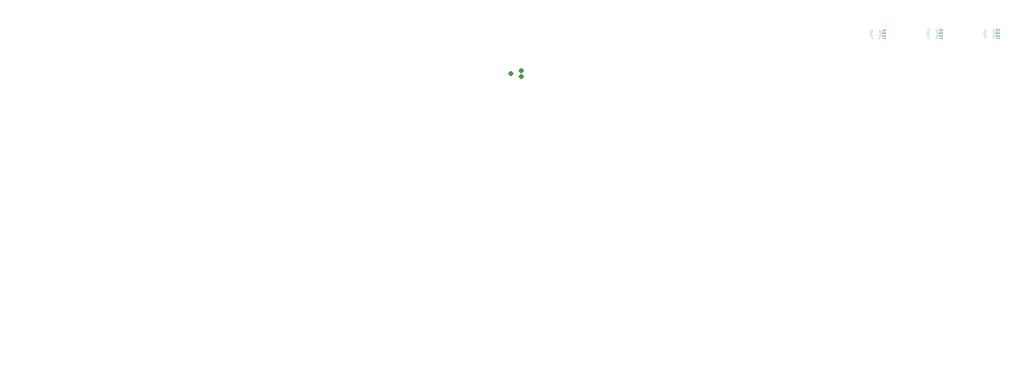
<source format=gbr>
%TF.GenerationSoftware,KiCad,Pcbnew,(7.0.0-rc2-153-g7d6218acb4)*%
%TF.CreationDate,2023-02-19T18:31:40+05:30*%
%TF.ProjectId,ncr-pcb,6e63722d-7063-4622-9e6b-696361645f70,rev?*%
%TF.SameCoordinates,Original*%
%TF.FileFunction,Legend,Top*%
%TF.FilePolarity,Positive*%
%FSLAX46Y46*%
G04 Gerber Fmt 4.6, Leading zero omitted, Abs format (unit mm)*
G04 Created by KiCad (PCBNEW (7.0.0-rc2-153-g7d6218acb4)) date 2023-02-19 18:31:40*
%MOMM*%
%LPD*%
G01*
G04 APERTURE LIST*
G04 Aperture macros list*
%AMRoundRect*
0 Rectangle with rounded corners*
0 $1 Rounding radius*
0 $2 $3 $4 $5 $6 $7 $8 $9 X,Y pos of 4 corners*
0 Add a 4 corners polygon primitive as box body*
4,1,4,$2,$3,$4,$5,$6,$7,$8,$9,$2,$3,0*
0 Add four circle primitives for the rounded corners*
1,1,$1+$1,$2,$3*
1,1,$1+$1,$4,$5*
1,1,$1+$1,$6,$7*
1,1,$1+$1,$8,$9*
0 Add four rect primitives between the rounded corners*
20,1,$1+$1,$2,$3,$4,$5,0*
20,1,$1+$1,$4,$5,$6,$7,0*
20,1,$1+$1,$6,$7,$8,$9,0*
20,1,$1+$1,$8,$9,$2,$3,0*%
G04 Aperture macros list end*
%ADD10C,0.150000*%
%ADD11C,0.120000*%
%ADD12C,1.600000*%
%ADD13R,1.600000X1.600000*%
%ADD14R,1.000000X1.000000*%
%ADD15O,1.000000X1.000000*%
%ADD16C,4.700000*%
%ADD17R,1.800000X1.800000*%
%ADD18C,1.800000*%
%ADD19RoundRect,0.437500X0.437500X-0.437500X0.437500X0.437500X-0.437500X0.437500X-0.437500X-0.437500X0*%
%ADD20C,1.750000*%
%ADD21C,3.987800*%
%ADD22C,3.048000*%
%ADD23O,1.700000X1.700000*%
%ADD24R,1.700000X1.700000*%
G04 APERTURE END LIST*
D10*
%TO.C,LED3*%
X346673381Y-14504599D02*
X346673381Y-14980789D01*
X346673381Y-14980789D02*
X345673381Y-14980789D01*
X346149572Y-14171265D02*
X346149572Y-13837932D01*
X346673381Y-13695075D02*
X346673381Y-14171265D01*
X346673381Y-14171265D02*
X345673381Y-14171265D01*
X345673381Y-14171265D02*
X345673381Y-13695075D01*
X346673381Y-13266503D02*
X345673381Y-13266503D01*
X345673381Y-13266503D02*
X345673381Y-13028408D01*
X345673381Y-13028408D02*
X345721001Y-12885551D01*
X345721001Y-12885551D02*
X345816239Y-12790313D01*
X345816239Y-12790313D02*
X345911477Y-12742694D01*
X345911477Y-12742694D02*
X346101953Y-12695075D01*
X346101953Y-12695075D02*
X346244810Y-12695075D01*
X346244810Y-12695075D02*
X346435286Y-12742694D01*
X346435286Y-12742694D02*
X346530524Y-12790313D01*
X346530524Y-12790313D02*
X346625762Y-12885551D01*
X346625762Y-12885551D02*
X346673381Y-13028408D01*
X346673381Y-13028408D02*
X346673381Y-13266503D01*
X345673381Y-12361741D02*
X345673381Y-11742694D01*
X345673381Y-11742694D02*
X346054334Y-12076027D01*
X346054334Y-12076027D02*
X346054334Y-11933170D01*
X346054334Y-11933170D02*
X346101953Y-11837932D01*
X346101953Y-11837932D02*
X346149572Y-11790313D01*
X346149572Y-11790313D02*
X346244810Y-11742694D01*
X346244810Y-11742694D02*
X346482905Y-11742694D01*
X346482905Y-11742694D02*
X346578143Y-11790313D01*
X346578143Y-11790313D02*
X346625762Y-11837932D01*
X346625762Y-11837932D02*
X346673381Y-11933170D01*
X346673381Y-11933170D02*
X346673381Y-12218884D01*
X346673381Y-12218884D02*
X346625762Y-12314122D01*
X346625762Y-12314122D02*
X346578143Y-12361741D01*
%TO.C,LED2*%
X327175381Y-14504599D02*
X327175381Y-14980789D01*
X327175381Y-14980789D02*
X326175381Y-14980789D01*
X326651572Y-14171265D02*
X326651572Y-13837932D01*
X327175381Y-13695075D02*
X327175381Y-14171265D01*
X327175381Y-14171265D02*
X326175381Y-14171265D01*
X326175381Y-14171265D02*
X326175381Y-13695075D01*
X327175381Y-13266503D02*
X326175381Y-13266503D01*
X326175381Y-13266503D02*
X326175381Y-13028408D01*
X326175381Y-13028408D02*
X326223001Y-12885551D01*
X326223001Y-12885551D02*
X326318239Y-12790313D01*
X326318239Y-12790313D02*
X326413477Y-12742694D01*
X326413477Y-12742694D02*
X326603953Y-12695075D01*
X326603953Y-12695075D02*
X326746810Y-12695075D01*
X326746810Y-12695075D02*
X326937286Y-12742694D01*
X326937286Y-12742694D02*
X327032524Y-12790313D01*
X327032524Y-12790313D02*
X327127762Y-12885551D01*
X327127762Y-12885551D02*
X327175381Y-13028408D01*
X327175381Y-13028408D02*
X327175381Y-13266503D01*
X326270620Y-12314122D02*
X326223001Y-12266503D01*
X326223001Y-12266503D02*
X326175381Y-12171265D01*
X326175381Y-12171265D02*
X326175381Y-11933170D01*
X326175381Y-11933170D02*
X326223001Y-11837932D01*
X326223001Y-11837932D02*
X326270620Y-11790313D01*
X326270620Y-11790313D02*
X326365858Y-11742694D01*
X326365858Y-11742694D02*
X326461096Y-11742694D01*
X326461096Y-11742694D02*
X326603953Y-11790313D01*
X326603953Y-11790313D02*
X327175381Y-12361741D01*
X327175381Y-12361741D02*
X327175381Y-11742694D01*
%TO.C,LED1*%
X307684381Y-14504599D02*
X307684381Y-14980789D01*
X307684381Y-14980789D02*
X306684381Y-14980789D01*
X307160572Y-14171265D02*
X307160572Y-13837932D01*
X307684381Y-13695075D02*
X307684381Y-14171265D01*
X307684381Y-14171265D02*
X306684381Y-14171265D01*
X306684381Y-14171265D02*
X306684381Y-13695075D01*
X307684381Y-13266503D02*
X306684381Y-13266503D01*
X306684381Y-13266503D02*
X306684381Y-13028408D01*
X306684381Y-13028408D02*
X306732001Y-12885551D01*
X306732001Y-12885551D02*
X306827239Y-12790313D01*
X306827239Y-12790313D02*
X306922477Y-12742694D01*
X306922477Y-12742694D02*
X307112953Y-12695075D01*
X307112953Y-12695075D02*
X307255810Y-12695075D01*
X307255810Y-12695075D02*
X307446286Y-12742694D01*
X307446286Y-12742694D02*
X307541524Y-12790313D01*
X307541524Y-12790313D02*
X307636762Y-12885551D01*
X307636762Y-12885551D02*
X307684381Y-13028408D01*
X307684381Y-13028408D02*
X307684381Y-13266503D01*
X307684381Y-11742694D02*
X307684381Y-12314122D01*
X307684381Y-12028408D02*
X306684381Y-12028408D01*
X306684381Y-12028408D02*
X306827239Y-12123646D01*
X306827239Y-12123646D02*
X306922477Y-12218884D01*
X306922477Y-12218884D02*
X306970096Y-12314122D01*
%TO.C,*%
D11*
%TO.C,LED3*%
X344582001Y-11825552D02*
X344426001Y-11825552D01*
X342266001Y-11825552D02*
X342110001Y-11825552D01*
X344425837Y-14426681D02*
G75*
G03*
X344426000Y-12344592I-1079836J1041129D01*
G01*
X342110486Y-11825553D02*
G75*
G03*
X342267393Y-15057886I1235515J-1559999D01*
G01*
X342266002Y-12344592D02*
G75*
G03*
X342266165Y-14426681I1079999J-1040960D01*
G01*
X344424609Y-15057886D02*
G75*
G03*
X344581516Y-11825553I-1078608J1672334D01*
G01*
%TO.C,LED2*%
X325084001Y-11825552D02*
X324928001Y-11825552D01*
X322768001Y-11825552D02*
X322612001Y-11825552D01*
X324927837Y-14426681D02*
G75*
G03*
X324928000Y-12344592I-1079836J1041129D01*
G01*
X322612486Y-11825553D02*
G75*
G03*
X322769393Y-15057886I1235515J-1559999D01*
G01*
X322768002Y-12344592D02*
G75*
G03*
X322768165Y-14426681I1079999J-1040960D01*
G01*
X324926609Y-15057886D02*
G75*
G03*
X325083516Y-11825553I-1078608J1672334D01*
G01*
%TO.C,LED1*%
X305593001Y-11825552D02*
X305437001Y-11825552D01*
X303277001Y-11825552D02*
X303121001Y-11825552D01*
X305436837Y-14426681D02*
G75*
G03*
X305437000Y-12344592I-1079836J1041129D01*
G01*
X303121486Y-11825553D02*
G75*
G03*
X303278393Y-15057886I1235515J-1559999D01*
G01*
X303277002Y-12344592D02*
G75*
G03*
X303277165Y-14426681I1079999J-1040960D01*
G01*
X305435609Y-15057886D02*
G75*
G03*
X305592516Y-11825553I-1078608J1672334D01*
G01*
%TD*%
D12*
%TO.C,R3*%
X343346001Y-17531250D03*
%TD*%
%TO.C,R2*%
X323848001Y-17531250D03*
%TD*%
%TO.C,R1*%
X304357001Y-17531250D03*
%TD*%
D13*
%TO.C,D1*%
X17462499Y-13487499D03*
D12*
X17462500Y-5687500D03*
%TD*%
D13*
%TO.C,D3*%
X55562499Y-13424999D03*
D12*
X55562500Y-5625000D03*
%TD*%
D13*
%TO.C,D4*%
X74612499Y-13493749D03*
D12*
X74612500Y-5693750D03*
%TD*%
D13*
%TO.C,D5*%
X93662499Y-13424999D03*
D12*
X93662500Y-5625000D03*
%TD*%
D13*
%TO.C,D6*%
X112712499Y-13424999D03*
D12*
X112712500Y-5625000D03*
%TD*%
D13*
%TO.C,D7*%
X125412499Y-13424999D03*
D12*
X125412500Y-5625000D03*
%TD*%
D13*
%TO.C,D8*%
X160337499Y-13424999D03*
D12*
X160337500Y-5625000D03*
%TD*%
D13*
%TO.C,D9*%
X179387499Y-13424999D03*
D12*
X179387500Y-5625000D03*
%TD*%
D13*
%TO.C,D10*%
X198437499Y-13424999D03*
D12*
X198437500Y-5625000D03*
%TD*%
D13*
%TO.C,D11*%
X227012499Y-13424999D03*
D12*
X227012500Y-5625000D03*
%TD*%
D13*
%TO.C,D12*%
X246062499Y-13424999D03*
D12*
X246062500Y-5625000D03*
%TD*%
D13*
%TO.C,D13*%
X265112499Y-13424999D03*
D12*
X265112500Y-5625000D03*
%TD*%
D13*
%TO.C,D14*%
X284162499Y-13424999D03*
D12*
X284162500Y-5625000D03*
%TD*%
D13*
%TO.C,D18*%
X17462499Y-51524999D03*
D12*
X17462500Y-43725000D03*
%TD*%
D13*
%TO.C,D19*%
X36512499Y-51524999D03*
D12*
X36512500Y-43725000D03*
%TD*%
D13*
%TO.C,D20*%
X55562499Y-51524999D03*
D12*
X55562500Y-43725000D03*
%TD*%
D13*
%TO.C,D21*%
X74612499Y-51524999D03*
D12*
X74612500Y-43725000D03*
%TD*%
D13*
%TO.C,D22*%
X93662499Y-51524999D03*
D12*
X93662500Y-43725000D03*
%TD*%
D13*
%TO.C,D23*%
X112712499Y-51524999D03*
D12*
X112712500Y-43725000D03*
%TD*%
D13*
%TO.C,D24*%
X131762499Y-51524999D03*
D12*
X131762500Y-43725000D03*
%TD*%
D13*
%TO.C,D25*%
X150812499Y-51524999D03*
D12*
X150812500Y-43725000D03*
%TD*%
D13*
%TO.C,D26*%
X169862499Y-51524999D03*
D12*
X169862500Y-43725000D03*
%TD*%
D13*
%TO.C,D27*%
X188912499Y-51524999D03*
D12*
X188912500Y-43725000D03*
%TD*%
D13*
%TO.C,D28*%
X207962499Y-51524999D03*
D12*
X207962500Y-43725000D03*
%TD*%
D13*
%TO.C,D29*%
X227012499Y-51524999D03*
D12*
X227012500Y-43725000D03*
%TD*%
D13*
%TO.C,D30*%
X246062499Y-51524999D03*
D12*
X246062500Y-43725000D03*
%TD*%
D13*
%TO.C,D31*%
X284162499Y-51524999D03*
D12*
X284162500Y-43725000D03*
%TD*%
D13*
%TO.C,D32*%
X312737499Y-51524999D03*
D12*
X312737500Y-43725000D03*
%TD*%
D13*
%TO.C,D33*%
X331787499Y-51524999D03*
D12*
X331787500Y-43725000D03*
%TD*%
%TO.C,D34*%
X334962500Y-43725000D03*
D13*
X334962499Y-51524999D03*
%TD*%
%TO.C,D35*%
X22224999Y-70574999D03*
D12*
X22225000Y-62775000D03*
%TD*%
D13*
%TO.C,D36*%
X24606249Y-89624999D03*
D12*
X24606250Y-81825000D03*
%TD*%
D13*
%TO.C,D37*%
X46037499Y-70574999D03*
D12*
X46037500Y-62775000D03*
%TD*%
D13*
%TO.C,D38*%
X50799999Y-89624999D03*
D12*
X50800000Y-81825000D03*
%TD*%
D13*
%TO.C,D39*%
X65087499Y-70574999D03*
D12*
X65087500Y-62775000D03*
%TD*%
D13*
%TO.C,D40*%
X69849999Y-89624999D03*
D12*
X69850000Y-81825000D03*
%TD*%
D13*
%TO.C,D41*%
X84137499Y-70574999D03*
D12*
X84137500Y-62775000D03*
%TD*%
D13*
%TO.C,D42*%
X88899999Y-89624999D03*
D12*
X88900000Y-81825000D03*
%TD*%
D13*
%TO.C,D43*%
X103187499Y-70574999D03*
D12*
X103187500Y-62775000D03*
%TD*%
D13*
%TO.C,D44*%
X107949999Y-89624999D03*
D12*
X107950000Y-81825000D03*
%TD*%
D13*
%TO.C,D45*%
X122237499Y-70574999D03*
D12*
X122237500Y-62775000D03*
%TD*%
D13*
%TO.C,D46*%
X126999999Y-89624999D03*
D12*
X127000000Y-81825000D03*
%TD*%
D13*
%TO.C,D47*%
X141287499Y-70574999D03*
D12*
X141287500Y-62775000D03*
%TD*%
D13*
%TO.C,D48*%
X146049999Y-89624999D03*
D12*
X146050000Y-81825000D03*
%TD*%
D13*
%TO.C,D49*%
X160337499Y-70574999D03*
D12*
X160337500Y-62775000D03*
%TD*%
D13*
%TO.C,D50*%
X165099999Y-89624999D03*
D12*
X165100000Y-81825000D03*
%TD*%
D13*
%TO.C,D51*%
X179387499Y-70574999D03*
D12*
X179387500Y-62775000D03*
%TD*%
D13*
%TO.C,D52*%
X184149999Y-89624999D03*
D12*
X184150000Y-81825000D03*
%TD*%
D13*
%TO.C,D53*%
X198437499Y-70574999D03*
D12*
X198437500Y-62775000D03*
%TD*%
D13*
%TO.C,D54*%
X203199999Y-89624999D03*
D12*
X203200000Y-81825000D03*
%TD*%
D13*
%TO.C,D55*%
X217487499Y-70574999D03*
D12*
X217487500Y-62775000D03*
%TD*%
D13*
%TO.C,D56*%
X222249999Y-89624999D03*
D12*
X222250000Y-81825000D03*
%TD*%
D13*
%TO.C,D57*%
X236537499Y-70574999D03*
D12*
X236537500Y-62775000D03*
%TD*%
D13*
%TO.C,D58*%
X241299999Y-89624999D03*
D12*
X241300000Y-81825000D03*
%TD*%
D13*
%TO.C,D59*%
X255587499Y-70574999D03*
D12*
X255587500Y-62775000D03*
%TD*%
D13*
%TO.C,D60*%
X246062499Y-89624999D03*
D12*
X246062500Y-81825000D03*
%TD*%
D13*
%TO.C,D61*%
X279399999Y-70574999D03*
D12*
X279400000Y-62775000D03*
%TD*%
D13*
%TO.C,D62*%
X272256249Y-89624999D03*
D12*
X272256250Y-81825000D03*
%TD*%
D13*
%TO.C,D63*%
X312737499Y-70574999D03*
D12*
X312737500Y-62775000D03*
%TD*%
D13*
%TO.C,D65*%
X331787499Y-70574999D03*
D12*
X331787500Y-62775000D03*
%TD*%
D13*
%TO.C,D67*%
X334962499Y-70574999D03*
D12*
X334962500Y-62775000D03*
%TD*%
D13*
%TO.C,D69*%
X13493749Y-108674999D03*
D12*
X13493750Y-100875000D03*
%TD*%
D13*
%TO.C,D70*%
X22224999Y-127724999D03*
D12*
X22225000Y-119925000D03*
%TD*%
D13*
%TO.C,D71*%
X44449999Y-108674999D03*
D12*
X44450000Y-100875000D03*
%TD*%
D13*
%TO.C,D72*%
X46037499Y-127724999D03*
D12*
X46037500Y-119925000D03*
%TD*%
D13*
%TO.C,D73*%
X60324999Y-108674999D03*
D12*
X60325000Y-100875000D03*
%TD*%
D13*
%TO.C,D74*%
X69849999Y-127724999D03*
D12*
X69850000Y-119925000D03*
%TD*%
D13*
%TO.C,D75*%
X79374999Y-108674999D03*
D12*
X79375000Y-100875000D03*
%TD*%
D13*
%TO.C,D77*%
X98424999Y-108674999D03*
D12*
X98425000Y-100875000D03*
%TD*%
D13*
%TO.C,D79*%
X117474999Y-108674999D03*
D12*
X117475000Y-100875000D03*
%TD*%
D13*
%TO.C,D81*%
X136524999Y-108674999D03*
D12*
X136525000Y-100875000D03*
%TD*%
D13*
%TO.C,D83*%
X155574999Y-108674999D03*
D12*
X155575000Y-100875000D03*
%TD*%
D13*
%TO.C,D84*%
X150812499Y-127724999D03*
D12*
X150812500Y-119925000D03*
%TD*%
D13*
%TO.C,D85*%
X174624999Y-108674999D03*
D12*
X174625000Y-100875000D03*
%TD*%
D13*
%TO.C,D87*%
X193674999Y-108674999D03*
D12*
X193675000Y-100875000D03*
%TD*%
D13*
%TO.C,D89*%
X212724999Y-108674999D03*
D12*
X212725000Y-100875000D03*
%TD*%
D13*
%TO.C,D90*%
X210343749Y-127724999D03*
D12*
X210343750Y-119925000D03*
%TD*%
D13*
%TO.C,D91*%
X231774999Y-108674999D03*
D12*
X231775000Y-100875000D03*
%TD*%
D13*
%TO.C,D92*%
X234156249Y-127724999D03*
D12*
X234156250Y-119925000D03*
%TD*%
D13*
%TO.C,D93*%
X267493749Y-108674999D03*
D12*
X267493750Y-100875000D03*
%TD*%
D13*
%TO.C,D94*%
X257968749Y-127724999D03*
D12*
X257968750Y-119925000D03*
%TD*%
D13*
%TO.C,D95*%
X284162499Y-108674999D03*
D12*
X284162500Y-100875000D03*
%TD*%
D13*
%TO.C,D96*%
X281781249Y-127724999D03*
D12*
X281781250Y-119925000D03*
%TD*%
D13*
%TO.C,D98*%
X312737499Y-127724999D03*
D12*
X312737500Y-119925000D03*
%TD*%
D13*
%TO.C,D99*%
X331787499Y-108674999D03*
D12*
X331787500Y-100875000D03*
%TD*%
D13*
%TO.C,D100*%
X331787499Y-127724999D03*
D12*
X331787500Y-119925000D03*
%TD*%
D13*
%TO.C,D102*%
X334962499Y-127724999D03*
D12*
X334962500Y-119925000D03*
%TD*%
%LPC*%
D14*
%TO.C,J1*%
X292258749Y-19093749D03*
D15*
X290988749Y-19093749D03*
X289718749Y-19093749D03*
X288448749Y-19093749D03*
%TD*%
D16*
%TO.C,H10*%
X340524000Y-111266989D03*
%TD*%
%TO.C,H9*%
X286024000Y-123842496D03*
%TD*%
%TO.C,H8*%
X239059714Y-104692493D03*
%TD*%
%TO.C,H7*%
X40374001Y-104692493D03*
%TD*%
%TO.C,H6*%
X108974001Y-95092495D03*
%TD*%
%TO.C,H5*%
X259298999Y-66892495D03*
%TD*%
%TO.C,H4*%
X341349000Y-35467493D03*
%TD*%
%TO.C,H3*%
X9699000Y-35467493D03*
%TD*%
%TO.C,H2*%
X204293686Y-9743440D03*
%TD*%
%TO.C,H1*%
X118743687Y-9668441D03*
%TD*%
D12*
%TO.C,R3*%
X343346001Y-17531250D03*
X343346001Y-25331250D03*
%TD*%
%TO.C,R2*%
X323848001Y-17531250D03*
X323848001Y-25331250D03*
%TD*%
%TO.C,R1*%
X304357001Y-17531250D03*
X304357001Y-25331250D03*
%TD*%
D17*
%TO.C,LED3*%
X343346000Y-12115551D03*
D18*
X343346001Y-14655552D03*
%TD*%
D17*
%TO.C,LED2*%
X323848000Y-12115551D03*
D18*
X323848001Y-14655552D03*
%TD*%
D17*
%TO.C,LED1*%
X304357000Y-12115551D03*
D18*
X304357001Y-14655552D03*
%TD*%
D19*
%TO.C,*%
X179387500Y-26987500D03*
%TD*%
%TO.C,RPI0*%
X182875000Y-25971500D03*
X182875000Y-28003500D03*
%TD*%
D13*
%TO.C,D1*%
X17462499Y-13487499D03*
D12*
X17462500Y-5687500D03*
%TD*%
D13*
%TO.C,D3*%
X55562499Y-13424999D03*
D12*
X55562500Y-5625000D03*
%TD*%
D13*
%TO.C,D4*%
X74612499Y-13493749D03*
D12*
X74612500Y-5693750D03*
%TD*%
D13*
%TO.C,D5*%
X93662499Y-13424999D03*
D12*
X93662500Y-5625000D03*
%TD*%
D13*
%TO.C,D6*%
X112712499Y-13424999D03*
D12*
X112712500Y-5625000D03*
%TD*%
D13*
%TO.C,D7*%
X125412499Y-13424999D03*
D12*
X125412500Y-5625000D03*
%TD*%
D13*
%TO.C,D8*%
X160337499Y-13424999D03*
D12*
X160337500Y-5625000D03*
%TD*%
D13*
%TO.C,D9*%
X179387499Y-13424999D03*
D12*
X179387500Y-5625000D03*
%TD*%
D13*
%TO.C,D10*%
X198437499Y-13424999D03*
D12*
X198437500Y-5625000D03*
%TD*%
D13*
%TO.C,D11*%
X227012499Y-13424999D03*
D12*
X227012500Y-5625000D03*
%TD*%
D13*
%TO.C,D12*%
X246062499Y-13424999D03*
D12*
X246062500Y-5625000D03*
%TD*%
D13*
%TO.C,D13*%
X265112499Y-13424999D03*
D12*
X265112500Y-5625000D03*
%TD*%
D13*
%TO.C,D14*%
X284162499Y-13424999D03*
D12*
X284162500Y-5625000D03*
%TD*%
D13*
%TO.C,D18*%
X17462499Y-51524999D03*
D12*
X17462500Y-43725000D03*
%TD*%
D13*
%TO.C,D19*%
X36512499Y-51524999D03*
D12*
X36512500Y-43725000D03*
%TD*%
D13*
%TO.C,D20*%
X55562499Y-51524999D03*
D12*
X55562500Y-43725000D03*
%TD*%
D13*
%TO.C,D21*%
X74612499Y-51524999D03*
D12*
X74612500Y-43725000D03*
%TD*%
D13*
%TO.C,D22*%
X93662499Y-51524999D03*
D12*
X93662500Y-43725000D03*
%TD*%
D13*
%TO.C,D23*%
X112712499Y-51524999D03*
D12*
X112712500Y-43725000D03*
%TD*%
D13*
%TO.C,D24*%
X131762499Y-51524999D03*
D12*
X131762500Y-43725000D03*
%TD*%
D13*
%TO.C,D25*%
X150812499Y-51524999D03*
D12*
X150812500Y-43725000D03*
%TD*%
D13*
%TO.C,D26*%
X169862499Y-51524999D03*
D12*
X169862500Y-43725000D03*
%TD*%
D13*
%TO.C,D27*%
X188912499Y-51524999D03*
D12*
X188912500Y-43725000D03*
%TD*%
D13*
%TO.C,D28*%
X207962499Y-51524999D03*
D12*
X207962500Y-43725000D03*
%TD*%
D13*
%TO.C,D29*%
X227012499Y-51524999D03*
D12*
X227012500Y-43725000D03*
%TD*%
D13*
%TO.C,D30*%
X246062499Y-51524999D03*
D12*
X246062500Y-43725000D03*
%TD*%
D13*
%TO.C,D31*%
X284162499Y-51524999D03*
D12*
X284162500Y-43725000D03*
%TD*%
D13*
%TO.C,D32*%
X312737499Y-51524999D03*
D12*
X312737500Y-43725000D03*
%TD*%
D13*
%TO.C,D33*%
X331787499Y-51524999D03*
D12*
X331787500Y-43725000D03*
%TD*%
%TO.C,D34*%
X334962500Y-43725000D03*
D13*
X334962499Y-51524999D03*
%TD*%
%TO.C,D35*%
X22224999Y-70574999D03*
D12*
X22225000Y-62775000D03*
%TD*%
D13*
%TO.C,D36*%
X24606249Y-89624999D03*
D12*
X24606250Y-81825000D03*
%TD*%
D13*
%TO.C,D37*%
X46037499Y-70574999D03*
D12*
X46037500Y-62775000D03*
%TD*%
D13*
%TO.C,D38*%
X50799999Y-89624999D03*
D12*
X50800000Y-81825000D03*
%TD*%
D13*
%TO.C,D39*%
X65087499Y-70574999D03*
D12*
X65087500Y-62775000D03*
%TD*%
D13*
%TO.C,D40*%
X69849999Y-89624999D03*
D12*
X69850000Y-81825000D03*
%TD*%
D13*
%TO.C,D41*%
X84137499Y-70574999D03*
D12*
X84137500Y-62775000D03*
%TD*%
D13*
%TO.C,D42*%
X88899999Y-89624999D03*
D12*
X88900000Y-81825000D03*
%TD*%
D13*
%TO.C,D43*%
X103187499Y-70574999D03*
D12*
X103187500Y-62775000D03*
%TD*%
D13*
%TO.C,D44*%
X107949999Y-89624999D03*
D12*
X107950000Y-81825000D03*
%TD*%
D13*
%TO.C,D45*%
X122237499Y-70574999D03*
D12*
X122237500Y-62775000D03*
%TD*%
D13*
%TO.C,D46*%
X126999999Y-89624999D03*
D12*
X127000000Y-81825000D03*
%TD*%
D13*
%TO.C,D47*%
X141287499Y-70574999D03*
D12*
X141287500Y-62775000D03*
%TD*%
D13*
%TO.C,D48*%
X146049999Y-89624999D03*
D12*
X146050000Y-81825000D03*
%TD*%
D13*
%TO.C,D49*%
X160337499Y-70574999D03*
D12*
X160337500Y-62775000D03*
%TD*%
D13*
%TO.C,D50*%
X165099999Y-89624999D03*
D12*
X165100000Y-81825000D03*
%TD*%
D13*
%TO.C,D51*%
X179387499Y-70574999D03*
D12*
X179387500Y-62775000D03*
%TD*%
D13*
%TO.C,D52*%
X184149999Y-89624999D03*
D12*
X184150000Y-81825000D03*
%TD*%
D13*
%TO.C,D53*%
X198437499Y-70574999D03*
D12*
X198437500Y-62775000D03*
%TD*%
D13*
%TO.C,D54*%
X203199999Y-89624999D03*
D12*
X203200000Y-81825000D03*
%TD*%
D13*
%TO.C,D55*%
X217487499Y-70574999D03*
D12*
X217487500Y-62775000D03*
%TD*%
D13*
%TO.C,D56*%
X222249999Y-89624999D03*
D12*
X222250000Y-81825000D03*
%TD*%
D13*
%TO.C,D57*%
X236537499Y-70574999D03*
D12*
X236537500Y-62775000D03*
%TD*%
D13*
%TO.C,D58*%
X241299999Y-89624999D03*
D12*
X241300000Y-81825000D03*
%TD*%
D13*
%TO.C,D59*%
X255587499Y-70574999D03*
D12*
X255587500Y-62775000D03*
%TD*%
D13*
%TO.C,D60*%
X246062499Y-89624999D03*
D12*
X246062500Y-81825000D03*
%TD*%
D13*
%TO.C,D61*%
X279399999Y-70574999D03*
D12*
X279400000Y-62775000D03*
%TD*%
D13*
%TO.C,D62*%
X272256249Y-89624999D03*
D12*
X272256250Y-81825000D03*
%TD*%
D13*
%TO.C,D63*%
X312737499Y-70574999D03*
D12*
X312737500Y-62775000D03*
%TD*%
D13*
%TO.C,D65*%
X331787499Y-70574999D03*
D12*
X331787500Y-62775000D03*
%TD*%
D13*
%TO.C,D67*%
X334962499Y-70574999D03*
D12*
X334962500Y-62775000D03*
%TD*%
D13*
%TO.C,D69*%
X13493749Y-108674999D03*
D12*
X13493750Y-100875000D03*
%TD*%
D13*
%TO.C,D70*%
X22224999Y-127724999D03*
D12*
X22225000Y-119925000D03*
%TD*%
D13*
%TO.C,D71*%
X44449999Y-108674999D03*
D12*
X44450000Y-100875000D03*
%TD*%
D13*
%TO.C,D72*%
X46037499Y-127724999D03*
D12*
X46037500Y-119925000D03*
%TD*%
D13*
%TO.C,D73*%
X60324999Y-108674999D03*
D12*
X60325000Y-100875000D03*
%TD*%
D13*
%TO.C,D74*%
X69849999Y-127724999D03*
D12*
X69850000Y-119925000D03*
%TD*%
D13*
%TO.C,D75*%
X79374999Y-108674999D03*
D12*
X79375000Y-100875000D03*
%TD*%
D13*
%TO.C,D77*%
X98424999Y-108674999D03*
D12*
X98425000Y-100875000D03*
%TD*%
D13*
%TO.C,D79*%
X117474999Y-108674999D03*
D12*
X117475000Y-100875000D03*
%TD*%
D13*
%TO.C,D81*%
X136524999Y-108674999D03*
D12*
X136525000Y-100875000D03*
%TD*%
D13*
%TO.C,D83*%
X155574999Y-108674999D03*
D12*
X155575000Y-100875000D03*
%TD*%
D13*
%TO.C,D84*%
X150812499Y-127724999D03*
D12*
X150812500Y-119925000D03*
%TD*%
D13*
%TO.C,D85*%
X174624999Y-108674999D03*
D12*
X174625000Y-100875000D03*
%TD*%
D13*
%TO.C,D87*%
X193674999Y-108674999D03*
D12*
X193675000Y-100875000D03*
%TD*%
D13*
%TO.C,D89*%
X212724999Y-108674999D03*
D12*
X212725000Y-100875000D03*
%TD*%
D13*
%TO.C,D90*%
X210343749Y-127724999D03*
D12*
X210343750Y-119925000D03*
%TD*%
D13*
%TO.C,D91*%
X231774999Y-108674999D03*
D12*
X231775000Y-100875000D03*
%TD*%
D13*
%TO.C,D92*%
X234156249Y-127724999D03*
D12*
X234156250Y-119925000D03*
%TD*%
D13*
%TO.C,D93*%
X267493749Y-108674999D03*
D12*
X267493750Y-100875000D03*
%TD*%
D13*
%TO.C,D94*%
X257968749Y-127724999D03*
D12*
X257968750Y-119925000D03*
%TD*%
D13*
%TO.C,D95*%
X284162499Y-108674999D03*
D12*
X284162500Y-100875000D03*
%TD*%
D13*
%TO.C,D96*%
X281781249Y-127724999D03*
D12*
X281781250Y-119925000D03*
%TD*%
D13*
%TO.C,D98*%
X312737499Y-127724999D03*
D12*
X312737500Y-119925000D03*
%TD*%
D13*
%TO.C,D99*%
X331787499Y-108674999D03*
D12*
X331787500Y-100875000D03*
%TD*%
D13*
%TO.C,D100*%
X331787499Y-127724999D03*
D12*
X331787500Y-119925000D03*
%TD*%
D13*
%TO.C,D102*%
X334962499Y-127724999D03*
D12*
X334962500Y-119925000D03*
%TD*%
D20*
%TO.C,MX35*%
X9207500Y-66675000D03*
D21*
X14287500Y-66675000D03*
D20*
X19367500Y-66675000D03*
%TD*%
%TO.C,MX36*%
X11588750Y-85725000D03*
D21*
X16668750Y-85725000D03*
D20*
X21748750Y-85725000D03*
%TD*%
%TO.C,MX61*%
X266382500Y-66675000D03*
D21*
X271462500Y-66675000D03*
D20*
X276542500Y-66675000D03*
%TD*%
D21*
%TO.C,MX62*%
X252380750Y-77470000D03*
D22*
X252380750Y-92710000D03*
D20*
X259238750Y-85725000D03*
D21*
X264318750Y-85725000D03*
D20*
X269398750Y-85725000D03*
D21*
X276256750Y-77470000D03*
D22*
X276256750Y-92710000D03*
%TD*%
D20*
%TO.C,MX64*%
X6826250Y-85725000D03*
D21*
X11906250Y-85725000D03*
D20*
X16986250Y-85725000D03*
%TD*%
D22*
%TO.C,MX66*%
X254762000Y-40640000D03*
D21*
X254762000Y-55880000D03*
D20*
X261620000Y-47625000D03*
D21*
X266700000Y-47625000D03*
D20*
X271780000Y-47625000D03*
D22*
X278638000Y-40640000D03*
D21*
X278638000Y-55880000D03*
%TD*%
D22*
%TO.C,MX69*%
X9493250Y-97790000D03*
D21*
X9493250Y-113030000D03*
D20*
X16351250Y-104775000D03*
D21*
X21431250Y-104775000D03*
D20*
X26511250Y-104775000D03*
D22*
X33369250Y-97790000D03*
D21*
X33369250Y-113030000D03*
%TD*%
D20*
%TO.C,MX70*%
X9207500Y-123825000D03*
D21*
X14287500Y-123825000D03*
D20*
X19367500Y-123825000D03*
%TD*%
%TO.C,MX74*%
X56832500Y-123825000D03*
D21*
X61912500Y-123825000D03*
D20*
X66992500Y-123825000D03*
%TD*%
%TO.C,MX76*%
X6826250Y-123825000D03*
D21*
X11906250Y-123825000D03*
D20*
X16986250Y-123825000D03*
%TD*%
%TO.C,MX78*%
X30638750Y-123825000D03*
D21*
X35718750Y-123825000D03*
D20*
X40798750Y-123825000D03*
%TD*%
%TO.C,MX80*%
X54451250Y-123825000D03*
D21*
X59531250Y-123825000D03*
D20*
X64611250Y-123825000D03*
%TD*%
D21*
%TO.C,MX82*%
X80968850Y-115570000D03*
D22*
X80968850Y-130810000D03*
D20*
X125888750Y-123825000D03*
D21*
X130968750Y-123825000D03*
D20*
X136048750Y-123825000D03*
D21*
X180968650Y-115570000D03*
D22*
X180968650Y-130810000D03*
%TD*%
D21*
%TO.C,MX84*%
X85725000Y-115570000D03*
D22*
X85725000Y-130810000D03*
D20*
X137795000Y-123825000D03*
D21*
X142875000Y-123825000D03*
D20*
X147955000Y-123825000D03*
D21*
X200025000Y-115570000D03*
D22*
X200025000Y-130810000D03*
%TD*%
D20*
%TO.C,MX86*%
X221138750Y-123825000D03*
D21*
X226218750Y-123825000D03*
D20*
X231298750Y-123825000D03*
%TD*%
%TO.C,MX88*%
X244951250Y-123825000D03*
D21*
X250031250Y-123825000D03*
D20*
X255111250Y-123825000D03*
%TD*%
%TO.C,MX90*%
X197326250Y-123825000D03*
D21*
X202406250Y-123825000D03*
D20*
X207486250Y-123825000D03*
%TD*%
%TO.C,MX92*%
X218757500Y-123825000D03*
D21*
X223837500Y-123825000D03*
D20*
X228917500Y-123825000D03*
%TD*%
D22*
%TO.C,MX93*%
X247618250Y-97790000D03*
D21*
X247618250Y-113030000D03*
D20*
X254476250Y-104775000D03*
D21*
X259556250Y-104775000D03*
D20*
X264636250Y-104775000D03*
D22*
X271494250Y-97790000D03*
D21*
X271494250Y-113030000D03*
%TD*%
D20*
%TO.C,MX96*%
X266382500Y-123825000D03*
D21*
X271462500Y-123825000D03*
D20*
X276542500Y-123825000D03*
%TD*%
%TO.C,MX97*%
X268763750Y-123825000D03*
D21*
X273843750Y-123825000D03*
D20*
X278923750Y-123825000D03*
%TD*%
%TO.C,MX101*%
X244951250Y-104775000D03*
D21*
X250031250Y-104775000D03*
D20*
X255111250Y-104775000D03*
%TD*%
%TO.C,MX6*%
X99695000Y-9525000D03*
D21*
X104775000Y-9525000D03*
D20*
X109855000Y-9525000D03*
%TD*%
%TO.C,MX43*%
X90170000Y-66675000D03*
D21*
X95250000Y-66675000D03*
D20*
X100330000Y-66675000D03*
%TD*%
%TO.C,MX63*%
X299720000Y-66675000D03*
D21*
X304800000Y-66675000D03*
D20*
X309880000Y-66675000D03*
%TD*%
%TO.C,MX13*%
X252095000Y-9525000D03*
D21*
X257175000Y-9525000D03*
D20*
X262255000Y-9525000D03*
%TD*%
%TO.C,MX67*%
X337820000Y-66675000D03*
D21*
X342900000Y-66675000D03*
D20*
X347980000Y-66675000D03*
%TD*%
%TO.C,MX51*%
X166370000Y-66675000D03*
D21*
X171450000Y-66675000D03*
D20*
X176530000Y-66675000D03*
%TD*%
%TO.C,MX44*%
X94932500Y-85725000D03*
D21*
X100012500Y-85725000D03*
D20*
X105092500Y-85725000D03*
%TD*%
%TO.C,MX65*%
X318770000Y-66675000D03*
D21*
X323850000Y-66675000D03*
D20*
X328930000Y-66675000D03*
%TD*%
%TO.C,MX77*%
X85407500Y-104775000D03*
D21*
X90487500Y-104775000D03*
D20*
X95567500Y-104775000D03*
%TD*%
%TO.C,MX11*%
X213995000Y-9525000D03*
D21*
X219075000Y-9525000D03*
D20*
X224155000Y-9525000D03*
%TD*%
%TO.C,MX14*%
X271145000Y-9525000D03*
D21*
X276225000Y-9525000D03*
D20*
X281305000Y-9525000D03*
%TD*%
%TO.C,MX81*%
X123507500Y-104775000D03*
D21*
X128587500Y-104775000D03*
D20*
X133667500Y-104775000D03*
%TD*%
%TO.C,MX59*%
X242570000Y-66675000D03*
D21*
X247650000Y-66675000D03*
D20*
X252730000Y-66675000D03*
%TD*%
%TO.C,MX54*%
X190182500Y-85725000D03*
D21*
X195262500Y-85725000D03*
D20*
X200342500Y-85725000D03*
%TD*%
%TO.C,MX100*%
X318770000Y-123825000D03*
D21*
X323850000Y-123825000D03*
D20*
X328930000Y-123825000D03*
%TD*%
%TO.C,MX20*%
X42545000Y-47625000D03*
D21*
X47625000Y-47625000D03*
D20*
X52705000Y-47625000D03*
%TD*%
%TO.C,MX53*%
X185420000Y-66675000D03*
D21*
X190500000Y-66675000D03*
D20*
X195580000Y-66675000D03*
%TD*%
%TO.C,MX29*%
X213995000Y-47625000D03*
D21*
X219075000Y-47625000D03*
D20*
X224155000Y-47625000D03*
%TD*%
%TO.C,MX47*%
X128270000Y-66675000D03*
D21*
X133350000Y-66675000D03*
D20*
X138430000Y-66675000D03*
%TD*%
%TO.C,MX72*%
X33020000Y-123825000D03*
D21*
X38100000Y-123825000D03*
D20*
X43180000Y-123825000D03*
%TD*%
%TO.C,MX46*%
X113982500Y-85725000D03*
D21*
X119062500Y-85725000D03*
D20*
X124142500Y-85725000D03*
%TD*%
%TO.C,MX30*%
X233045000Y-47625000D03*
D21*
X238125000Y-47625000D03*
D20*
X243205000Y-47625000D03*
%TD*%
%TO.C,MX33*%
X318770000Y-47625000D03*
D21*
X323850000Y-47625000D03*
D20*
X328930000Y-47625000D03*
%TD*%
%TO.C,MX55*%
X204470000Y-66675000D03*
D21*
X209550000Y-66675000D03*
D20*
X214630000Y-66675000D03*
%TD*%
%TO.C,MX26*%
X156845000Y-47625000D03*
D21*
X161925000Y-47625000D03*
D20*
X167005000Y-47625000D03*
%TD*%
%TO.C,MX5*%
X80645000Y-9525000D03*
D21*
X85725000Y-9525000D03*
D20*
X90805000Y-9525000D03*
%TD*%
%TO.C,MX91*%
X218757500Y-104775000D03*
D21*
X223837500Y-104775000D03*
D20*
X228917500Y-104775000D03*
%TD*%
%TO.C,MX21*%
X61595000Y-47625000D03*
D21*
X66675000Y-47625000D03*
D20*
X71755000Y-47625000D03*
%TD*%
%TO.C,MX75*%
X66357500Y-104775000D03*
D21*
X71437500Y-104775000D03*
D20*
X76517500Y-104775000D03*
%TD*%
%TO.C,MX39*%
X52070000Y-66675000D03*
D21*
X57150000Y-66675000D03*
D20*
X62230000Y-66675000D03*
%TD*%
%TO.C,MX7*%
X128270000Y-9525000D03*
D21*
X133350000Y-9525000D03*
D20*
X138430000Y-9525000D03*
%TD*%
%TO.C,MX94*%
X242570000Y-123825000D03*
D21*
X247650000Y-123825000D03*
D20*
X252730000Y-123825000D03*
%TD*%
%TO.C,MX22*%
X80645000Y-47625000D03*
D21*
X85725000Y-47625000D03*
D20*
X90805000Y-47625000D03*
%TD*%
%TO.C,MX8*%
X147320000Y-9525000D03*
D21*
X152400000Y-9525000D03*
D20*
X157480000Y-9525000D03*
%TD*%
%TO.C,MX18*%
X4445000Y-47625000D03*
D21*
X9525000Y-47625000D03*
D20*
X14605000Y-47625000D03*
%TD*%
%TO.C,MX83*%
X142557500Y-104775000D03*
D21*
X147637500Y-104775000D03*
D20*
X152717500Y-104775000D03*
%TD*%
%TO.C,MX34*%
X337820000Y-47625000D03*
D21*
X342900000Y-47625000D03*
D20*
X347980000Y-47625000D03*
%TD*%
%TO.C,MX23*%
X99695000Y-47625000D03*
D21*
X104775000Y-47625000D03*
D20*
X109855000Y-47625000D03*
%TD*%
%TO.C,MX49*%
X147320000Y-66675000D03*
D21*
X152400000Y-66675000D03*
D20*
X157480000Y-66675000D03*
%TD*%
%TO.C,MX28*%
X194945000Y-47625000D03*
D21*
X200025000Y-47625000D03*
D20*
X205105000Y-47625000D03*
%TD*%
%TO.C,MX25*%
X137795000Y-47625000D03*
D21*
X142875000Y-47625000D03*
D20*
X147955000Y-47625000D03*
%TD*%
%TO.C,MX71*%
X28257500Y-104775000D03*
D21*
X33337500Y-104775000D03*
D20*
X38417500Y-104775000D03*
%TD*%
%TO.C,MX37*%
X33020000Y-66675000D03*
D21*
X38100000Y-66675000D03*
D20*
X43180000Y-66675000D03*
%TD*%
%TO.C,MX12*%
X233045000Y-9525000D03*
D21*
X238125000Y-9525000D03*
D20*
X243205000Y-9525000D03*
%TD*%
%TO.C,MX57*%
X223520000Y-66675000D03*
D21*
X228600000Y-66675000D03*
D20*
X233680000Y-66675000D03*
%TD*%
%TO.C,MX31*%
X271145000Y-47625000D03*
D21*
X276225000Y-47625000D03*
D20*
X281305000Y-47625000D03*
%TD*%
%TO.C,MX24*%
X118745000Y-47625000D03*
D21*
X123825000Y-47625000D03*
D20*
X128905000Y-47625000D03*
%TD*%
%TO.C,MX50*%
X152082500Y-85725000D03*
D21*
X157162500Y-85725000D03*
D20*
X162242500Y-85725000D03*
%TD*%
%TO.C,MX95*%
X271145000Y-104775000D03*
D21*
X276225000Y-104775000D03*
D20*
X281305000Y-104775000D03*
%TD*%
%TO.C,MX19*%
X23495000Y-47625000D03*
D21*
X28575000Y-47625000D03*
D20*
X33655000Y-47625000D03*
%TD*%
%TO.C,MX4*%
X61595000Y-9525000D03*
D21*
X66675000Y-9525000D03*
D20*
X71755000Y-9525000D03*
%TD*%
%TO.C,MX98*%
X299720000Y-123825000D03*
D21*
X304800000Y-123825000D03*
D20*
X309880000Y-123825000D03*
%TD*%
%TO.C,MX38*%
X37782500Y-85725000D03*
D21*
X42862500Y-85725000D03*
D20*
X47942500Y-85725000D03*
%TD*%
%TO.C,MX48*%
X133032500Y-85725000D03*
D21*
X138112500Y-85725000D03*
D20*
X143192500Y-85725000D03*
%TD*%
%TO.C,MX85*%
X161607500Y-104775000D03*
D21*
X166687500Y-104775000D03*
D20*
X171767500Y-104775000D03*
%TD*%
%TO.C,MX99*%
X318770000Y-104775000D03*
D21*
X323850000Y-104775000D03*
D20*
X328930000Y-104775000D03*
%TD*%
%TO.C,MX9*%
X166370000Y-9525000D03*
D21*
X171450000Y-9525000D03*
D20*
X176530000Y-9525000D03*
%TD*%
%TO.C,MX40*%
X56832500Y-85725000D03*
D21*
X61912500Y-85725000D03*
D20*
X66992500Y-85725000D03*
%TD*%
%TO.C,MX42*%
X75882500Y-85725000D03*
D21*
X80962500Y-85725000D03*
D20*
X86042500Y-85725000D03*
%TD*%
%TO.C,MX41*%
X71120000Y-66675000D03*
D21*
X76200000Y-66675000D03*
D20*
X81280000Y-66675000D03*
%TD*%
%TO.C,MX87*%
X180657500Y-104775000D03*
D21*
X185737500Y-104775000D03*
D20*
X190817500Y-104775000D03*
%TD*%
%TO.C,MX27*%
X175895000Y-47625000D03*
D21*
X180975000Y-47625000D03*
D20*
X186055000Y-47625000D03*
%TD*%
%TO.C,MX102*%
X337820000Y-123825000D03*
D21*
X342900000Y-123825000D03*
D20*
X347980000Y-123825000D03*
%TD*%
%TO.C,MX79*%
X104457500Y-104775000D03*
D21*
X109537500Y-104775000D03*
D20*
X114617500Y-104775000D03*
%TD*%
%TO.C,MX58*%
X228282500Y-85725000D03*
D21*
X233362500Y-85725000D03*
D20*
X238442500Y-85725000D03*
%TD*%
%TO.C,MX10*%
X185420000Y-9525000D03*
D21*
X190500000Y-9525000D03*
D20*
X195580000Y-9525000D03*
%TD*%
%TO.C,MX45*%
X109220000Y-66675000D03*
D21*
X114300000Y-66675000D03*
D20*
X119380000Y-66675000D03*
%TD*%
%TO.C,MX73*%
X47307500Y-104775000D03*
D21*
X52387500Y-104775000D03*
D20*
X57467500Y-104775000D03*
%TD*%
%TO.C,MX1*%
X4445000Y-9525000D03*
D21*
X9525000Y-9525000D03*
D20*
X14605000Y-9525000D03*
%TD*%
%TO.C,MX3*%
X42545000Y-9525000D03*
D21*
X47625000Y-9525000D03*
D20*
X52705000Y-9525000D03*
%TD*%
%TO.C,MX32*%
X299720000Y-47625000D03*
D21*
X304800000Y-47625000D03*
D20*
X309880000Y-47625000D03*
%TD*%
%TO.C,MX89*%
X199707500Y-104775000D03*
D21*
X204787500Y-104775000D03*
D20*
X209867500Y-104775000D03*
%TD*%
%TO.C,MX52*%
X171132500Y-85725000D03*
D21*
X176212500Y-85725000D03*
D20*
X181292500Y-85725000D03*
%TD*%
%TO.C,MX56*%
X209232500Y-85725000D03*
D21*
X214312500Y-85725000D03*
D20*
X219392500Y-85725000D03*
%TD*%
%TO.C,MX60*%
X252095000Y-47625000D03*
D21*
X257175000Y-47625000D03*
D20*
X262255000Y-47625000D03*
%TD*%
D23*
%TO.C,U1*%
X182879999Y-35877499D03*
X180339999Y-35877499D03*
D24*
X177799999Y-35877499D03*
D23*
X175259999Y-35877499D03*
X172719999Y-35877499D03*
X170179999Y-35877499D03*
X167639999Y-35877499D03*
D24*
X165099999Y-35877499D03*
D23*
X162559999Y-35877499D03*
X160019999Y-35877499D03*
X157479999Y-35877499D03*
X154939999Y-35877499D03*
D24*
X152399999Y-35877499D03*
D23*
X149859999Y-35877499D03*
X147319999Y-35877499D03*
X144779999Y-35877499D03*
X142239999Y-35877499D03*
D24*
X139699999Y-35877499D03*
D23*
X137159999Y-35877499D03*
X134619999Y-35877499D03*
X134619999Y-18097499D03*
X137159999Y-18097499D03*
D24*
X139699999Y-18097499D03*
D23*
X142239999Y-18097499D03*
X144779999Y-18097499D03*
X147319999Y-18097499D03*
X149859999Y-18097499D03*
D24*
X152399999Y-18097499D03*
D23*
X154939999Y-18097499D03*
X157479999Y-18097499D03*
X160019999Y-18097499D03*
X162559999Y-18097499D03*
D24*
X165099999Y-18097499D03*
D23*
X167639999Y-18097499D03*
X170179999Y-18097499D03*
X172719999Y-18097499D03*
X175259999Y-18097499D03*
D24*
X177799999Y-18097499D03*
D23*
X180339999Y-18097499D03*
X182879999Y-18097499D03*
X134849999Y-29527499D03*
D24*
X134849999Y-26987499D03*
D23*
X134849999Y-24447499D03*
%TD*%
M02*

</source>
